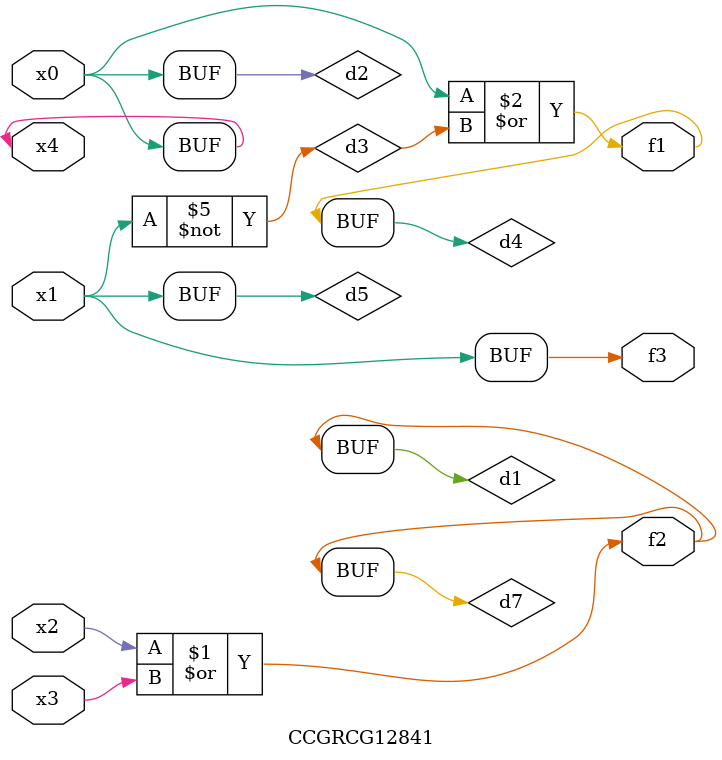
<source format=v>
module CCGRCG12841(
	input x0, x1, x2, x3, x4,
	output f1, f2, f3
);

	wire d1, d2, d3, d4, d5, d6, d7;

	or (d1, x2, x3);
	buf (d2, x0, x4);
	not (d3, x1);
	or (d4, d2, d3);
	not (d5, d3);
	nand (d6, d1, d3);
	or (d7, d1);
	assign f1 = d4;
	assign f2 = d7;
	assign f3 = d5;
endmodule

</source>
